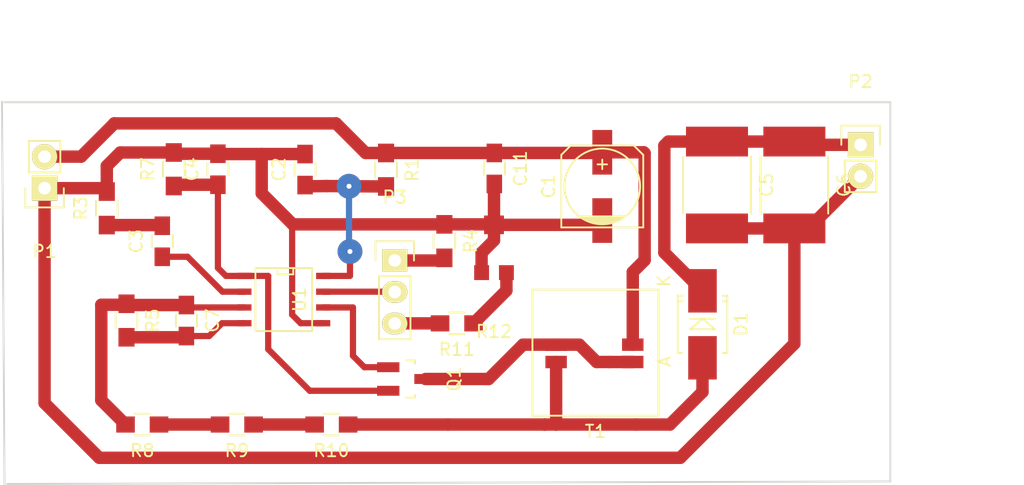
<source format=kicad_pcb>
(kicad_pcb (version 4) (host pcbnew 4.0.2-stable)

  (general
    (links 44)
    (no_connects 2)
    (area 108.260999 69.0225 177.971601 101.169702)
    (thickness 1.6)
    (drawings 6)
    (tracks 144)
    (zones 0)
    (modules 25)
    (nets 18)
  )

  (page A4)
  (layers
    (0 F.Cu signal)
    (31 B.Cu signal)
    (32 B.Adhes user)
    (33 F.Adhes user)
    (34 B.Paste user)
    (35 F.Paste user)
    (36 B.SilkS user)
    (37 F.SilkS user)
    (38 B.Mask user)
    (39 F.Mask user)
    (40 Dwgs.User user)
    (41 Cmts.User user)
    (42 Eco1.User user)
    (43 Eco2.User user)
    (44 Edge.Cuts user)
    (45 Margin user)
    (46 B.CrtYd user)
    (47 F.CrtYd user)
    (48 B.Fab user)
    (49 F.Fab user)
  )

  (setup
    (last_trace_width 1)
    (user_trace_width 0.25)
    (user_trace_width 0.5)
    (trace_clearance 0.2)
    (zone_clearance 0.508)
    (zone_45_only no)
    (trace_min 0.2)
    (segment_width 0.2)
    (edge_width 0.15)
    (via_size 2)
    (via_drill 0.4)
    (via_min_size 0.4)
    (via_min_drill 0.3)
    (uvia_size 0.3)
    (uvia_drill 0.1)
    (uvias_allowed no)
    (uvia_min_size 0.2)
    (uvia_min_drill 0.1)
    (pcb_text_width 0.3)
    (pcb_text_size 1.5 1.5)
    (mod_edge_width 0.15)
    (mod_text_size 1 1)
    (mod_text_width 0.15)
    (pad_size 1.524 1.524)
    (pad_drill 0.762)
    (pad_to_mask_clearance 0.2)
    (aux_axis_origin 0 0)
    (visible_elements 7FFEEFFF)
    (pcbplotparams
      (layerselection 0x00030_80000001)
      (usegerberextensions false)
      (excludeedgelayer true)
      (linewidth 0.100000)
      (plotframeref false)
      (viasonmask false)
      (mode 1)
      (useauxorigin false)
      (hpglpennumber 1)
      (hpglpenspeed 20)
      (hpglpendiameter 15)
      (hpglpenoverlay 2)
      (psnegative false)
      (psa4output false)
      (plotreference true)
      (plotvalue true)
      (plotinvisibletext false)
      (padsonsilk false)
      (subtractmaskfromsilk false)
      (outputformat 1)
      (mirror false)
      (drillshape 1)
      (scaleselection 1)
      (outputdirectory ""))
  )

  (net 0 "")
  (net 1 "Net-(C1-Pad1)")
  (net 2 GND)
  (net 3 "Net-(C2-Pad1)")
  (net 4 "Net-(C3-Pad1)")
  (net 5 "Net-(C3-Pad2)")
  (net 6 "Net-(C4-Pad1)")
  (net 7 "Net-(C5-Pad1)")
  (net 8 "Net-(C7-Pad1)")
  (net 9 "Net-(D1-Pad2)")
  (net 10 "Net-(Q1-Pad1)")
  (net 11 "Net-(Q1-Pad3)")
  (net 12 "Net-(R8-Pad1)")
  (net 13 "Net-(R10-Pad2)")
  (net 14 "Net-(P3-Pad1)")
  (net 15 "Net-(P3-Pad2)")
  (net 16 "Net-(P3-Pad3)")
  (net 17 "Net-(R11-Pad1)")

  (net_class Default "This is the default net class."
    (clearance 0.2)
    (trace_width 1)
    (via_dia 2)
    (via_drill 0.4)
    (uvia_dia 0.3)
    (uvia_drill 0.1)
    (add_net GND)
    (add_net "Net-(C1-Pad1)")
    (add_net "Net-(C2-Pad1)")
    (add_net "Net-(C3-Pad1)")
    (add_net "Net-(C3-Pad2)")
    (add_net "Net-(C4-Pad1)")
    (add_net "Net-(C5-Pad1)")
    (add_net "Net-(C7-Pad1)")
    (add_net "Net-(D1-Pad2)")
    (add_net "Net-(P3-Pad1)")
    (add_net "Net-(P3-Pad2)")
    (add_net "Net-(P3-Pad3)")
    (add_net "Net-(Q1-Pad1)")
    (add_net "Net-(Q1-Pad3)")
    (add_net "Net-(R10-Pad2)")
    (add_net "Net-(R11-Pad1)")
    (add_net "Net-(R8-Pad1)")
  )

  (module Capacitors_SMD:c_elec_6.3x7.7 (layer F.Cu) (tedit 556FDD06) (tstamp 57F95BB2)
    (at 155.1813 78.6003 90)
    (descr "SMT capacitor, aluminium electrolytic, 6.3x7.7")
    (path /57F128CE)
    (attr smd)
    (fp_text reference C1 (at 0 -4.318 90) (layer F.SilkS)
      (effects (font (size 1 1) (thickness 0.15)))
    )
    (fp_text value 220u (at 0 4.318 90) (layer F.Fab)
      (effects (font (size 1 1) (thickness 0.15)))
    )
    (fp_line (start -4.85 -3.55) (end 4.85 -3.55) (layer F.CrtYd) (width 0.05))
    (fp_line (start 4.85 -3.55) (end 4.85 3.55) (layer F.CrtYd) (width 0.05))
    (fp_line (start 4.85 3.55) (end -4.85 3.55) (layer F.CrtYd) (width 0.05))
    (fp_line (start -4.85 3.55) (end -4.85 -3.55) (layer F.CrtYd) (width 0.05))
    (fp_line (start -2.921 -0.762) (end -2.921 0.762) (layer F.SilkS) (width 0.15))
    (fp_line (start -2.794 1.143) (end -2.794 -1.143) (layer F.SilkS) (width 0.15))
    (fp_line (start -2.667 -1.397) (end -2.667 1.397) (layer F.SilkS) (width 0.15))
    (fp_line (start -2.54 1.651) (end -2.54 -1.651) (layer F.SilkS) (width 0.15))
    (fp_line (start -2.413 -1.778) (end -2.413 1.778) (layer F.SilkS) (width 0.15))
    (fp_line (start -3.302 -3.302) (end -3.302 3.302) (layer F.SilkS) (width 0.15))
    (fp_line (start -3.302 3.302) (end 2.54 3.302) (layer F.SilkS) (width 0.15))
    (fp_line (start 2.54 3.302) (end 3.302 2.54) (layer F.SilkS) (width 0.15))
    (fp_line (start 3.302 2.54) (end 3.302 -2.54) (layer F.SilkS) (width 0.15))
    (fp_line (start 3.302 -2.54) (end 2.54 -3.302) (layer F.SilkS) (width 0.15))
    (fp_line (start 2.54 -3.302) (end -3.302 -3.302) (layer F.SilkS) (width 0.15))
    (fp_line (start 2.159 0) (end 1.397 0) (layer F.SilkS) (width 0.15))
    (fp_line (start 1.778 -0.381) (end 1.778 0.381) (layer F.SilkS) (width 0.15))
    (fp_circle (center 0 0) (end -3.048 0) (layer F.SilkS) (width 0.15))
    (pad 1 smd rect (at 2.75082 0 90) (size 3.59918 1.6002) (layers F.Cu F.Paste F.Mask)
      (net 1 "Net-(C1-Pad1)"))
    (pad 2 smd rect (at -2.75082 0 90) (size 3.59918 1.6002) (layers F.Cu F.Paste F.Mask)
      (net 2 GND))
    (model Capacitors_SMD.3dshapes/c_elec_6.3x7.7.wrl
      (at (xyz 0 0 0))
      (scale (xyz 1 1 1))
      (rotate (xyz 0 0 0))
    )
  )

  (module Capacitors_SMD:C_2220_HandSoldering (layer F.Cu) (tedit 541A9D48) (tstamp 57F95C02)
    (at 170.6626 78.486 270)
    (descr "Capacitor SMD 2220, hand soldering")
    (tags "capacitor 2220")
    (path /57F6DB2D)
    (attr smd)
    (fp_text reference C6 (at 0 -4 270) (layer F.SilkS)
      (effects (font (size 1 1) (thickness 0.15)))
    )
    (fp_text value 1u (at 0 4 270) (layer F.Fab)
      (effects (font (size 1 1) (thickness 0.15)))
    )
    (fp_line (start -2.75 2.5) (end -2.75 -2.5) (layer F.Fab) (width 0.15))
    (fp_line (start 2.75 2.5) (end -2.75 2.5) (layer F.Fab) (width 0.15))
    (fp_line (start 2.75 -2.5) (end 2.75 2.5) (layer F.Fab) (width 0.15))
    (fp_line (start -2.75 -2.5) (end 2.75 -2.5) (layer F.Fab) (width 0.15))
    (fp_line (start -5 -2.85) (end 5 -2.85) (layer F.CrtYd) (width 0.05))
    (fp_line (start -5 2.85) (end 5 2.85) (layer F.CrtYd) (width 0.05))
    (fp_line (start -5 -2.85) (end -5 2.85) (layer F.CrtYd) (width 0.05))
    (fp_line (start 5 -2.85) (end 5 2.85) (layer F.CrtYd) (width 0.05))
    (fp_line (start 2.3 -2.725) (end -2.3 -2.725) (layer F.SilkS) (width 0.15))
    (fp_line (start -2.3 2.725) (end 2.3 2.725) (layer F.SilkS) (width 0.15))
    (pad 1 smd rect (at -3.5 0 270) (size 2.4 5) (layers F.Cu F.Paste F.Mask)
      (net 7 "Net-(C5-Pad1)"))
    (pad 2 smd rect (at 3.5 0 270) (size 2.4 5) (layers F.Cu F.Paste F.Mask)
      (net 2 GND))
    (model Capacitors_SMD.3dshapes/C_2220_HandSoldering.wrl
      (at (xyz 0 0 0))
      (scale (xyz 1 1 1))
      (rotate (xyz 0 0 0))
    )
  )

  (module BamboulabFootprints:CTX02-18714-R (layer F.Cu) (tedit 57F796AA) (tstamp 57F95CDA)
    (at 154.6352 91.9988)
    (path /57F12E73)
    (fp_text reference T1 (at 0 6.35) (layer F.SilkS)
      (effects (font (size 1 1) (thickness 0.15)))
    )
    (fp_text value TRANSFO (at 0 -6.35) (layer F.Fab)
      (effects (font (size 1 1) (thickness 0.15)))
    )
    (fp_line (start -5.08 -5.08) (end -5.08 5.08) (layer F.SilkS) (width 0.15))
    (fp_line (start -5.08 5.08) (end 5.08 5.08) (layer F.SilkS) (width 0.15))
    (fp_line (start 5.08 5.08) (end 5.08 -5.08) (layer F.SilkS) (width 0.15))
    (fp_line (start 5.08 -5.08) (end -5.08 -5.08) (layer F.SilkS) (width 0.15))
    (pad 1 smd rect (at -3.16992 -0.64516) (size 1.73 1) (layers F.Cu F.Paste F.Mask)
      (net 11 "Net-(Q1-Pad3)"))
    (pad 2 smd rect (at -3.17246 0.75306) (size 1.73 1) (layers F.Cu F.Paste F.Mask)
      (net 9 "Net-(D1-Pad2)"))
    (pad 4 smd rect (at 2.99982 0.75184) (size 1.73 1) (layers F.Cu F.Paste F.Mask)
      (net 11 "Net-(Q1-Pad3)"))
    (pad 3 smd rect (at 3.0049 -0.64516) (size 1.73 1) (layers F.Cu F.Paste F.Mask)
      (net 1 "Net-(C1-Pad1)"))
  )

  (module Capacitors_SMD:C_0805_HandSoldering (layer F.Cu) (tedit 541A9B8D) (tstamp 57F95BC2)
    (at 131.2291 77.2414 90)
    (descr "Capacitor SMD 0805, hand soldering")
    (tags "capacitor 0805")
    (path /57F6A28E)
    (attr smd)
    (fp_text reference C2 (at 0 -2.1 90) (layer F.SilkS)
      (effects (font (size 1 1) (thickness 0.15)))
    )
    (fp_text value 0.1u (at 0 2.1 90) (layer F.Fab)
      (effects (font (size 1 1) (thickness 0.15)))
    )
    (fp_line (start -1 0.625) (end -1 -0.625) (layer F.Fab) (width 0.15))
    (fp_line (start 1 0.625) (end -1 0.625) (layer F.Fab) (width 0.15))
    (fp_line (start 1 -0.625) (end 1 0.625) (layer F.Fab) (width 0.15))
    (fp_line (start -1 -0.625) (end 1 -0.625) (layer F.Fab) (width 0.15))
    (fp_line (start -2.3 -1) (end 2.3 -1) (layer F.CrtYd) (width 0.05))
    (fp_line (start -2.3 1) (end 2.3 1) (layer F.CrtYd) (width 0.05))
    (fp_line (start -2.3 -1) (end -2.3 1) (layer F.CrtYd) (width 0.05))
    (fp_line (start 2.3 -1) (end 2.3 1) (layer F.CrtYd) (width 0.05))
    (fp_line (start 0.5 -0.85) (end -0.5 -0.85) (layer F.SilkS) (width 0.15))
    (fp_line (start -0.5 0.85) (end 0.5 0.85) (layer F.SilkS) (width 0.15))
    (pad 1 smd rect (at -1.25 0 90) (size 1.5 1.25) (layers F.Cu F.Paste F.Mask)
      (net 3 "Net-(C2-Pad1)"))
    (pad 2 smd rect (at 1.25 0 90) (size 1.5 1.25) (layers F.Cu F.Paste F.Mask)
      (net 2 GND))
    (model Capacitors_SMD.3dshapes/C_0805_HandSoldering.wrl
      (at (xyz 0 0 0))
      (scale (xyz 1 1 1))
      (rotate (xyz 0 0 0))
    )
  )

  (module Capacitors_SMD:C_0805_HandSoldering (layer F.Cu) (tedit 541A9B8D) (tstamp 57F95BD2)
    (at 119.7229 83.0199 90)
    (descr "Capacitor SMD 0805, hand soldering")
    (tags "capacitor 0805")
    (path /57F6C391)
    (attr smd)
    (fp_text reference C3 (at 0 -2.1 90) (layer F.SilkS)
      (effects (font (size 1 1) (thickness 0.15)))
    )
    (fp_text value 0.1u (at 0 2.1 90) (layer F.Fab)
      (effects (font (size 1 1) (thickness 0.15)))
    )
    (fp_line (start -1 0.625) (end -1 -0.625) (layer F.Fab) (width 0.15))
    (fp_line (start 1 0.625) (end -1 0.625) (layer F.Fab) (width 0.15))
    (fp_line (start 1 -0.625) (end 1 0.625) (layer F.Fab) (width 0.15))
    (fp_line (start -1 -0.625) (end 1 -0.625) (layer F.Fab) (width 0.15))
    (fp_line (start -2.3 -1) (end 2.3 -1) (layer F.CrtYd) (width 0.05))
    (fp_line (start -2.3 1) (end 2.3 1) (layer F.CrtYd) (width 0.05))
    (fp_line (start -2.3 -1) (end -2.3 1) (layer F.CrtYd) (width 0.05))
    (fp_line (start 2.3 -1) (end 2.3 1) (layer F.CrtYd) (width 0.05))
    (fp_line (start 0.5 -0.85) (end -0.5 -0.85) (layer F.SilkS) (width 0.15))
    (fp_line (start -0.5 0.85) (end 0.5 0.85) (layer F.SilkS) (width 0.15))
    (pad 1 smd rect (at -1.25 0 90) (size 1.5 1.25) (layers F.Cu F.Paste F.Mask)
      (net 4 "Net-(C3-Pad1)"))
    (pad 2 smd rect (at 1.25 0 90) (size 1.5 1.25) (layers F.Cu F.Paste F.Mask)
      (net 5 "Net-(C3-Pad2)"))
    (model Capacitors_SMD.3dshapes/C_0805_HandSoldering.wrl
      (at (xyz 0 0 0))
      (scale (xyz 1 1 1))
      (rotate (xyz 0 0 0))
    )
  )

  (module Capacitors_SMD:C_0805_HandSoldering (layer F.Cu) (tedit 541A9B8D) (tstamp 57F95BE2)
    (at 124.206 77.216 90)
    (descr "Capacitor SMD 0805, hand soldering")
    (tags "capacitor 0805")
    (path /57F6C105)
    (attr smd)
    (fp_text reference C4 (at 0 -2.1 90) (layer F.SilkS)
      (effects (font (size 1 1) (thickness 0.15)))
    )
    (fp_text value 0.01u (at 0 2.1 90) (layer F.Fab)
      (effects (font (size 1 1) (thickness 0.15)))
    )
    (fp_line (start -1 0.625) (end -1 -0.625) (layer F.Fab) (width 0.15))
    (fp_line (start 1 0.625) (end -1 0.625) (layer F.Fab) (width 0.15))
    (fp_line (start 1 -0.625) (end 1 0.625) (layer F.Fab) (width 0.15))
    (fp_line (start -1 -0.625) (end 1 -0.625) (layer F.Fab) (width 0.15))
    (fp_line (start -2.3 -1) (end 2.3 -1) (layer F.CrtYd) (width 0.05))
    (fp_line (start -2.3 1) (end 2.3 1) (layer F.CrtYd) (width 0.05))
    (fp_line (start -2.3 -1) (end -2.3 1) (layer F.CrtYd) (width 0.05))
    (fp_line (start 2.3 -1) (end 2.3 1) (layer F.CrtYd) (width 0.05))
    (fp_line (start 0.5 -0.85) (end -0.5 -0.85) (layer F.SilkS) (width 0.15))
    (fp_line (start -0.5 0.85) (end 0.5 0.85) (layer F.SilkS) (width 0.15))
    (pad 1 smd rect (at -1.25 0 90) (size 1.5 1.25) (layers F.Cu F.Paste F.Mask)
      (net 6 "Net-(C4-Pad1)"))
    (pad 2 smd rect (at 1.25 0 90) (size 1.5 1.25) (layers F.Cu F.Paste F.Mask)
      (net 2 GND))
    (model Capacitors_SMD.3dshapes/C_0805_HandSoldering.wrl
      (at (xyz 0 0 0))
      (scale (xyz 1 1 1))
      (rotate (xyz 0 0 0))
    )
  )

  (module Capacitors_SMD:C_2220_HandSoldering (layer F.Cu) (tedit 541A9D48) (tstamp 57F95BF2)
    (at 164.4269 78.486 270)
    (descr "Capacitor SMD 2220, hand soldering")
    (tags "capacitor 2220")
    (path /57F6DA6A)
    (attr smd)
    (fp_text reference C5 (at 0 -4 270) (layer F.SilkS)
      (effects (font (size 1 1) (thickness 0.15)))
    )
    (fp_text value 1u (at 0 4 270) (layer F.Fab)
      (effects (font (size 1 1) (thickness 0.15)))
    )
    (fp_line (start -2.75 2.5) (end -2.75 -2.5) (layer F.Fab) (width 0.15))
    (fp_line (start 2.75 2.5) (end -2.75 2.5) (layer F.Fab) (width 0.15))
    (fp_line (start 2.75 -2.5) (end 2.75 2.5) (layer F.Fab) (width 0.15))
    (fp_line (start -2.75 -2.5) (end 2.75 -2.5) (layer F.Fab) (width 0.15))
    (fp_line (start -5 -2.85) (end 5 -2.85) (layer F.CrtYd) (width 0.05))
    (fp_line (start -5 2.85) (end 5 2.85) (layer F.CrtYd) (width 0.05))
    (fp_line (start -5 -2.85) (end -5 2.85) (layer F.CrtYd) (width 0.05))
    (fp_line (start 5 -2.85) (end 5 2.85) (layer F.CrtYd) (width 0.05))
    (fp_line (start 2.3 -2.725) (end -2.3 -2.725) (layer F.SilkS) (width 0.15))
    (fp_line (start -2.3 2.725) (end 2.3 2.725) (layer F.SilkS) (width 0.15))
    (pad 1 smd rect (at -3.5 0 270) (size 2.4 5) (layers F.Cu F.Paste F.Mask)
      (net 7 "Net-(C5-Pad1)"))
    (pad 2 smd rect (at 3.5 0 270) (size 2.4 5) (layers F.Cu F.Paste F.Mask)
      (net 2 GND))
    (model Capacitors_SMD.3dshapes/C_2220_HandSoldering.wrl
      (at (xyz 0 0 0))
      (scale (xyz 1 1 1))
      (rotate (xyz 0 0 0))
    )
  )

  (module Capacitors_SMD:C_0805_HandSoldering (layer F.Cu) (tedit 541A9B8D) (tstamp 57F95C12)
    (at 121.666 89.408 270)
    (descr "Capacitor SMD 0805, hand soldering")
    (tags "capacitor 0805")
    (path /57F6E4A1)
    (attr smd)
    (fp_text reference C7 (at 0 -2.1 270) (layer F.SilkS)
      (effects (font (size 1 1) (thickness 0.15)))
    )
    (fp_text value 0.001 (at 0 2.1 270) (layer F.Fab)
      (effects (font (size 1 1) (thickness 0.15)))
    )
    (fp_line (start -1 0.625) (end -1 -0.625) (layer F.Fab) (width 0.15))
    (fp_line (start 1 0.625) (end -1 0.625) (layer F.Fab) (width 0.15))
    (fp_line (start 1 -0.625) (end 1 0.625) (layer F.Fab) (width 0.15))
    (fp_line (start -1 -0.625) (end 1 -0.625) (layer F.Fab) (width 0.15))
    (fp_line (start -2.3 -1) (end 2.3 -1) (layer F.CrtYd) (width 0.05))
    (fp_line (start -2.3 1) (end 2.3 1) (layer F.CrtYd) (width 0.05))
    (fp_line (start -2.3 -1) (end -2.3 1) (layer F.CrtYd) (width 0.05))
    (fp_line (start 2.3 -1) (end 2.3 1) (layer F.CrtYd) (width 0.05))
    (fp_line (start 0.5 -0.85) (end -0.5 -0.85) (layer F.SilkS) (width 0.15))
    (fp_line (start -0.5 0.85) (end 0.5 0.85) (layer F.SilkS) (width 0.15))
    (pad 1 smd rect (at -1.25 0 270) (size 1.5 1.25) (layers F.Cu F.Paste F.Mask)
      (net 8 "Net-(C7-Pad1)"))
    (pad 2 smd rect (at 1.25 0 270) (size 1.5 1.25) (layers F.Cu F.Paste F.Mask)
      (net 2 GND))
    (model Capacitors_SMD.3dshapes/C_0805_HandSoldering.wrl
      (at (xyz 0 0 0))
      (scale (xyz 1 1 1))
      (rotate (xyz 0 0 0))
    )
  )

  (module Capacitors_SMD:C_0805_HandSoldering (layer F.Cu) (tedit 541A9B8D) (tstamp 57F95C22)
    (at 146.4818 77.1525 270)
    (descr "Capacitor SMD 0805, hand soldering")
    (tags "capacitor 0805")
    (path /57F12987)
    (attr smd)
    (fp_text reference C11 (at 0 -2.1 270) (layer F.SilkS)
      (effects (font (size 1 1) (thickness 0.15)))
    )
    (fp_text value 10u (at 0 2.1 270) (layer F.Fab)
      (effects (font (size 1 1) (thickness 0.15)))
    )
    (fp_line (start -1 0.625) (end -1 -0.625) (layer F.Fab) (width 0.15))
    (fp_line (start 1 0.625) (end -1 0.625) (layer F.Fab) (width 0.15))
    (fp_line (start 1 -0.625) (end 1 0.625) (layer F.Fab) (width 0.15))
    (fp_line (start -1 -0.625) (end 1 -0.625) (layer F.Fab) (width 0.15))
    (fp_line (start -2.3 -1) (end 2.3 -1) (layer F.CrtYd) (width 0.05))
    (fp_line (start -2.3 1) (end 2.3 1) (layer F.CrtYd) (width 0.05))
    (fp_line (start -2.3 -1) (end -2.3 1) (layer F.CrtYd) (width 0.05))
    (fp_line (start 2.3 -1) (end 2.3 1) (layer F.CrtYd) (width 0.05))
    (fp_line (start 0.5 -0.85) (end -0.5 -0.85) (layer F.SilkS) (width 0.15))
    (fp_line (start -0.5 0.85) (end 0.5 0.85) (layer F.SilkS) (width 0.15))
    (pad 1 smd rect (at -1.25 0 270) (size 1.5 1.25) (layers F.Cu F.Paste F.Mask)
      (net 1 "Net-(C1-Pad1)"))
    (pad 2 smd rect (at 1.25 0 270) (size 1.5 1.25) (layers F.Cu F.Paste F.Mask)
      (net 2 GND))
    (model Capacitors_SMD.3dshapes/C_0805_HandSoldering.wrl
      (at (xyz 0 0 0))
      (scale (xyz 1 1 1))
      (rotate (xyz 0 0 0))
    )
  )

  (module Diodes_SMD:SMB_Handsoldering (layer F.Cu) (tedit 552FF2F0) (tstamp 57F95C41)
    (at 163.2585 89.7128 270)
    (descr "Diode SMB Handsoldering")
    (tags "Diode SMB Handsoldering")
    (path /57F6D48D)
    (attr smd)
    (fp_text reference D1 (at 0 -3.1 270) (layer F.SilkS)
      (effects (font (size 1 1) (thickness 0.15)))
    )
    (fp_text value STPS4S200 (at 0.1 4.75 270) (layer F.Fab)
      (effects (font (size 1 1) (thickness 0.15)))
    )
    (fp_line (start -4.7 -2.25) (end 4.7 -2.25) (layer F.CrtYd) (width 0.05))
    (fp_line (start 4.7 -2.25) (end 4.7 2.25) (layer F.CrtYd) (width 0.05))
    (fp_line (start 4.7 2.25) (end -4.7 2.25) (layer F.CrtYd) (width 0.05))
    (fp_line (start -4.7 2.25) (end -4.7 -2.25) (layer F.CrtYd) (width 0.05))
    (fp_line (start -0.44958 0) (end 0.39878 -1.00076) (layer F.SilkS) (width 0.15))
    (fp_line (start 0.39878 -1.00076) (end 0.39878 1.00076) (layer F.SilkS) (width 0.15))
    (fp_line (start 0.39878 1.00076) (end -0.44958 0) (layer F.SilkS) (width 0.15))
    (fp_line (start -0.44958 0) (end -0.44958 1.00076) (layer F.SilkS) (width 0.15))
    (fp_line (start -0.44958 0) (end -0.44958 -1.00076) (layer F.SilkS) (width 0.15))
    (fp_text user K (at -3.5 3.1 270) (layer F.SilkS)
      (effects (font (size 1 1) (thickness 0.15)))
    )
    (fp_text user A (at 3 3.05 270) (layer F.SilkS)
      (effects (font (size 1 1) (thickness 0.15)))
    )
    (fp_line (start -2.30632 1.8) (end -2.30632 1.6002) (layer F.SilkS) (width 0.15))
    (fp_line (start -1.84928 1.8) (end -1.84928 1.601) (layer F.SilkS) (width 0.15))
    (fp_line (start 2.30124 1.8) (end 2.30124 1.651) (layer F.SilkS) (width 0.15))
    (fp_line (start -2.30124 -1.8) (end -2.30124 -1.651) (layer F.SilkS) (width 0.15))
    (fp_line (start -1.84928 -1.8) (end -1.84928 -1.651) (layer F.SilkS) (width 0.15))
    (fp_line (start 2.30124 -1.8) (end 2.30124 -1.651) (layer F.SilkS) (width 0.15))
    (fp_line (start -1.84928 1.94898) (end -1.84928 1.75086) (layer F.SilkS) (width 0.15))
    (fp_line (start -1.84928 -1.99898) (end -1.84928 -1.80086) (layer F.SilkS) (width 0.15))
    (fp_line (start 2.29616 1.99644) (end 2.29616 1.79832) (layer F.SilkS) (width 0.15))
    (fp_line (start -2.30632 1.99644) (end 2.29616 1.99644) (layer F.SilkS) (width 0.15))
    (fp_line (start -2.30632 1.99644) (end -2.30632 1.79832) (layer F.SilkS) (width 0.15))
    (fp_line (start -2.30124 -1.99898) (end -2.30124 -1.80086) (layer F.SilkS) (width 0.15))
    (fp_line (start -2.30124 -1.99898) (end 2.30124 -1.99898) (layer F.SilkS) (width 0.15))
    (fp_line (start 2.30124 -1.99898) (end 2.30124 -1.80086) (layer F.SilkS) (width 0.15))
    (pad 1 smd rect (at -2.70002 0 270) (size 3.50012 2.30124) (layers F.Cu F.Paste F.Mask)
      (net 7 "Net-(C5-Pad1)"))
    (pad 2 smd rect (at 2.70002 0 270) (size 3.50012 2.30124) (layers F.Cu F.Paste F.Mask)
      (net 9 "Net-(D1-Pad2)"))
    (model Diodes_SMD.3dshapes/SMB_Handsoldering.wrl
      (at (xyz 0 0 0))
      (scale (xyz 0.3937 0.3937 0.3937))
      (rotate (xyz 0 0 180))
    )
  )

  (module Pin_Headers:Pin_Header_Straight_1x02 (layer F.Cu) (tedit 54EA090C) (tstamp 57F95C52)
    (at 110.236 78.74 180)
    (descr "Through hole pin header")
    (tags "pin header")
    (path /57F125BB)
    (fp_text reference P1 (at 0 -5.1 180) (layer F.SilkS)
      (effects (font (size 1 1) (thickness 0.15)))
    )
    (fp_text value Vin (at 0 -3.1 180) (layer F.Fab)
      (effects (font (size 1 1) (thickness 0.15)))
    )
    (fp_line (start 1.27 1.27) (end 1.27 3.81) (layer F.SilkS) (width 0.15))
    (fp_line (start 1.55 -1.55) (end 1.55 0) (layer F.SilkS) (width 0.15))
    (fp_line (start -1.75 -1.75) (end -1.75 4.3) (layer F.CrtYd) (width 0.05))
    (fp_line (start 1.75 -1.75) (end 1.75 4.3) (layer F.CrtYd) (width 0.05))
    (fp_line (start -1.75 -1.75) (end 1.75 -1.75) (layer F.CrtYd) (width 0.05))
    (fp_line (start -1.75 4.3) (end 1.75 4.3) (layer F.CrtYd) (width 0.05))
    (fp_line (start 1.27 1.27) (end -1.27 1.27) (layer F.SilkS) (width 0.15))
    (fp_line (start -1.55 0) (end -1.55 -1.55) (layer F.SilkS) (width 0.15))
    (fp_line (start -1.55 -1.55) (end 1.55 -1.55) (layer F.SilkS) (width 0.15))
    (fp_line (start -1.27 1.27) (end -1.27 3.81) (layer F.SilkS) (width 0.15))
    (fp_line (start -1.27 3.81) (end 1.27 3.81) (layer F.SilkS) (width 0.15))
    (pad 1 thru_hole rect (at 0 0 180) (size 2.032 2.032) (drill 1.016) (layers *.Cu *.Mask F.SilkS)
      (net 2 GND))
    (pad 2 thru_hole oval (at 0 2.54 180) (size 2.032 2.032) (drill 1.016) (layers *.Cu *.Mask F.SilkS)
      (net 1 "Net-(C1-Pad1)"))
    (model Pin_Headers.3dshapes/Pin_Header_Straight_1x02.wrl
      (at (xyz 0 -0.05 0))
      (scale (xyz 1 1 1))
      (rotate (xyz 0 0 90))
    )
  )

  (module Pin_Headers:Pin_Header_Straight_1x02 (layer F.Cu) (tedit 54EA090C) (tstamp 57F95C63)
    (at 175.9966 75.2475)
    (descr "Through hole pin header")
    (tags "pin header")
    (path /57F126F3)
    (fp_text reference P2 (at 0 -5.1) (layer F.SilkS)
      (effects (font (size 1 1) (thickness 0.15)))
    )
    (fp_text value Vout (at 0 -3.1) (layer F.Fab)
      (effects (font (size 1 1) (thickness 0.15)))
    )
    (fp_line (start 1.27 1.27) (end 1.27 3.81) (layer F.SilkS) (width 0.15))
    (fp_line (start 1.55 -1.55) (end 1.55 0) (layer F.SilkS) (width 0.15))
    (fp_line (start -1.75 -1.75) (end -1.75 4.3) (layer F.CrtYd) (width 0.05))
    (fp_line (start 1.75 -1.75) (end 1.75 4.3) (layer F.CrtYd) (width 0.05))
    (fp_line (start -1.75 -1.75) (end 1.75 -1.75) (layer F.CrtYd) (width 0.05))
    (fp_line (start -1.75 4.3) (end 1.75 4.3) (layer F.CrtYd) (width 0.05))
    (fp_line (start 1.27 1.27) (end -1.27 1.27) (layer F.SilkS) (width 0.15))
    (fp_line (start -1.55 0) (end -1.55 -1.55) (layer F.SilkS) (width 0.15))
    (fp_line (start -1.55 -1.55) (end 1.55 -1.55) (layer F.SilkS) (width 0.15))
    (fp_line (start -1.27 1.27) (end -1.27 3.81) (layer F.SilkS) (width 0.15))
    (fp_line (start -1.27 3.81) (end 1.27 3.81) (layer F.SilkS) (width 0.15))
    (pad 1 thru_hole rect (at 0 0) (size 2.032 2.032) (drill 1.016) (layers *.Cu *.Mask F.SilkS)
      (net 7 "Net-(C5-Pad1)"))
    (pad 2 thru_hole oval (at 0 2.54) (size 2.032 2.032) (drill 1.016) (layers *.Cu *.Mask F.SilkS)
      (net 2 GND))
    (model Pin_Headers.3dshapes/Pin_Header_Straight_1x02.wrl
      (at (xyz 0 -0.05 0))
      (scale (xyz 1 1 1))
      (rotate (xyz 0 0 90))
    )
  )

  (module TO_SOT_Packages_SMD:SOT-23_Handsoldering (layer F.Cu) (tedit 54E9291B) (tstamp 57F95C6E)
    (at 139.4333 94.1197 270)
    (descr "SOT-23, Handsoldering")
    (tags SOT-23)
    (path /57F6A5C4)
    (attr smd)
    (fp_text reference Q1 (at 0 -3.81 270) (layer F.SilkS)
      (effects (font (size 1 1) (thickness 0.15)))
    )
    (fp_text value Q_NMOS_GSD (at 0 3.81 270) (layer F.Fab)
      (effects (font (size 1 1) (thickness 0.15)))
    )
    (fp_line (start -1.49982 0.0508) (end -1.49982 -0.65024) (layer F.SilkS) (width 0.15))
    (fp_line (start -1.49982 -0.65024) (end -1.2509 -0.65024) (layer F.SilkS) (width 0.15))
    (fp_line (start 1.29916 -0.65024) (end 1.49982 -0.65024) (layer F.SilkS) (width 0.15))
    (fp_line (start 1.49982 -0.65024) (end 1.49982 0.0508) (layer F.SilkS) (width 0.15))
    (pad 1 smd rect (at -0.95 1.50114 270) (size 0.8001 1.80086) (layers F.Cu F.Paste F.Mask)
      (net 10 "Net-(Q1-Pad1)"))
    (pad 2 smd rect (at 0.95 1.50114 270) (size 0.8001 1.80086) (layers F.Cu F.Paste F.Mask)
      (net 6 "Net-(C4-Pad1)"))
    (pad 3 smd rect (at 0 -1.50114 270) (size 0.8001 1.80086) (layers F.Cu F.Paste F.Mask)
      (net 11 "Net-(Q1-Pad3)"))
    (model TO_SOT_Packages_SMD.3dshapes/SOT-23_Handsoldering.wrl
      (at (xyz 0 0 0))
      (scale (xyz 1 1 1))
      (rotate (xyz 0 0 0))
    )
  )

  (module Resistors_SMD:R_0805_HandSoldering (layer F.Cu) (tedit 54189DEE) (tstamp 57F95C7A)
    (at 137.7569 77.2541 270)
    (descr "Resistor SMD 0805, hand soldering")
    (tags "resistor 0805")
    (path /57F6A221)
    (attr smd)
    (fp_text reference R1 (at 0 -2.1 270) (layer F.SilkS)
      (effects (font (size 1 1) (thickness 0.15)))
    )
    (fp_text value 20 (at 0 2.1 270) (layer F.Fab)
      (effects (font (size 1 1) (thickness 0.15)))
    )
    (fp_line (start -2.4 -1) (end 2.4 -1) (layer F.CrtYd) (width 0.05))
    (fp_line (start -2.4 1) (end 2.4 1) (layer F.CrtYd) (width 0.05))
    (fp_line (start -2.4 -1) (end -2.4 1) (layer F.CrtYd) (width 0.05))
    (fp_line (start 2.4 -1) (end 2.4 1) (layer F.CrtYd) (width 0.05))
    (fp_line (start 0.6 0.875) (end -0.6 0.875) (layer F.SilkS) (width 0.15))
    (fp_line (start -0.6 -0.875) (end 0.6 -0.875) (layer F.SilkS) (width 0.15))
    (pad 1 smd rect (at -1.35 0 270) (size 1.5 1.3) (layers F.Cu F.Paste F.Mask)
      (net 1 "Net-(C1-Pad1)"))
    (pad 2 smd rect (at 1.35 0 270) (size 1.5 1.3) (layers F.Cu F.Paste F.Mask)
      (net 3 "Net-(C2-Pad1)"))
    (model Resistors_SMD.3dshapes/R_0805_HandSoldering.wrl
      (at (xyz 0 0 0))
      (scale (xyz 1 1 1))
      (rotate (xyz 0 0 0))
    )
  )

  (module Resistors_SMD:R_0805_HandSoldering (layer F.Cu) (tedit 54189DEE) (tstamp 57F95C86)
    (at 115.2525 80.3656 90)
    (descr "Resistor SMD 0805, hand soldering")
    (tags "resistor 0805")
    (path /57F6C416)
    (attr smd)
    (fp_text reference R3 (at 0 -2.1 90) (layer F.SilkS)
      (effects (font (size 1 1) (thickness 0.15)))
    )
    (fp_text value 1K (at 0 2.1 90) (layer F.Fab)
      (effects (font (size 1 1) (thickness 0.15)))
    )
    (fp_line (start -2.4 -1) (end 2.4 -1) (layer F.CrtYd) (width 0.05))
    (fp_line (start -2.4 1) (end 2.4 1) (layer F.CrtYd) (width 0.05))
    (fp_line (start -2.4 -1) (end -2.4 1) (layer F.CrtYd) (width 0.05))
    (fp_line (start 2.4 -1) (end 2.4 1) (layer F.CrtYd) (width 0.05))
    (fp_line (start 0.6 0.875) (end -0.6 0.875) (layer F.SilkS) (width 0.15))
    (fp_line (start -0.6 -0.875) (end 0.6 -0.875) (layer F.SilkS) (width 0.15))
    (pad 1 smd rect (at -1.35 0 90) (size 1.5 1.3) (layers F.Cu F.Paste F.Mask)
      (net 5 "Net-(C3-Pad2)"))
    (pad 2 smd rect (at 1.35 0 90) (size 1.5 1.3) (layers F.Cu F.Paste F.Mask)
      (net 2 GND))
    (model Resistors_SMD.3dshapes/R_0805_HandSoldering.wrl
      (at (xyz 0 0 0))
      (scale (xyz 1 1 1))
      (rotate (xyz 0 0 0))
    )
  )

  (module Resistors_SMD:R_0805_HandSoldering (layer F.Cu) (tedit 54189DEE) (tstamp 57F95C92)
    (at 142.4559 83.0072 270)
    (descr "Resistor SMD 0805, hand soldering")
    (tags "resistor 0805")
    (path /57F6BD03)
    (attr smd)
    (fp_text reference R4 (at 0 -2.1 270) (layer F.SilkS)
      (effects (font (size 1 1) (thickness 0.15)))
    )
    (fp_text value 15K (at 0 2.1 270) (layer F.Fab)
      (effects (font (size 1 1) (thickness 0.15)))
    )
    (fp_line (start -2.4 -1) (end 2.4 -1) (layer F.CrtYd) (width 0.05))
    (fp_line (start -2.4 1) (end 2.4 1) (layer F.CrtYd) (width 0.05))
    (fp_line (start -2.4 -1) (end -2.4 1) (layer F.CrtYd) (width 0.05))
    (fp_line (start 2.4 -1) (end 2.4 1) (layer F.CrtYd) (width 0.05))
    (fp_line (start 0.6 0.875) (end -0.6 0.875) (layer F.SilkS) (width 0.15))
    (fp_line (start -0.6 -0.875) (end 0.6 -0.875) (layer F.SilkS) (width 0.15))
    (pad 1 smd rect (at -1.35 0 270) (size 1.5 1.3) (layers F.Cu F.Paste F.Mask)
      (net 2 GND))
    (pad 2 smd rect (at 1.35 0 270) (size 1.5 1.3) (layers F.Cu F.Paste F.Mask)
      (net 14 "Net-(P3-Pad1)"))
    (model Resistors_SMD.3dshapes/R_0805_HandSoldering.wrl
      (at (xyz 0 0 0))
      (scale (xyz 1 1 1))
      (rotate (xyz 0 0 0))
    )
  )

  (module Resistors_SMD:R_0805_HandSoldering (layer F.Cu) (tedit 54189DEE) (tstamp 57F95C9E)
    (at 116.84 89.408 270)
    (descr "Resistor SMD 0805, hand soldering")
    (tags "resistor 0805")
    (path /57F6C45F)
    (attr smd)
    (fp_text reference R5 (at 0 -2.1 270) (layer F.SilkS)
      (effects (font (size 1 1) (thickness 0.15)))
    )
    (fp_text value 13K (at 0 2.1 270) (layer F.Fab)
      (effects (font (size 1 1) (thickness 0.15)))
    )
    (fp_line (start -2.4 -1) (end 2.4 -1) (layer F.CrtYd) (width 0.05))
    (fp_line (start -2.4 1) (end 2.4 1) (layer F.CrtYd) (width 0.05))
    (fp_line (start -2.4 -1) (end -2.4 1) (layer F.CrtYd) (width 0.05))
    (fp_line (start 2.4 -1) (end 2.4 1) (layer F.CrtYd) (width 0.05))
    (fp_line (start 0.6 0.875) (end -0.6 0.875) (layer F.SilkS) (width 0.15))
    (fp_line (start -0.6 -0.875) (end 0.6 -0.875) (layer F.SilkS) (width 0.15))
    (pad 1 smd rect (at -1.35 0 270) (size 1.5 1.3) (layers F.Cu F.Paste F.Mask)
      (net 8 "Net-(C7-Pad1)"))
    (pad 2 smd rect (at 1.35 0 270) (size 1.5 1.3) (layers F.Cu F.Paste F.Mask)
      (net 2 GND))
    (model Resistors_SMD.3dshapes/R_0805_HandSoldering.wrl
      (at (xyz 0 0 0))
      (scale (xyz 1 1 1))
      (rotate (xyz 0 0 0))
    )
  )

  (module Resistors_SMD:R_0805_HandSoldering (layer F.Cu) (tedit 54189DEE) (tstamp 57F95CAA)
    (at 120.65 77.216 90)
    (descr "Resistor SMD 0805, hand soldering")
    (tags "resistor 0805")
    (path /57F6C064)
    (attr smd)
    (fp_text reference R7 (at 0 -2.1 90) (layer F.SilkS)
      (effects (font (size 1 1) (thickness 0.15)))
    )
    (fp_text value 0.1 (at 0 2.1 90) (layer F.Fab)
      (effects (font (size 1 1) (thickness 0.15)))
    )
    (fp_line (start -2.4 -1) (end 2.4 -1) (layer F.CrtYd) (width 0.05))
    (fp_line (start -2.4 1) (end 2.4 1) (layer F.CrtYd) (width 0.05))
    (fp_line (start -2.4 -1) (end -2.4 1) (layer F.CrtYd) (width 0.05))
    (fp_line (start 2.4 -1) (end 2.4 1) (layer F.CrtYd) (width 0.05))
    (fp_line (start 0.6 0.875) (end -0.6 0.875) (layer F.SilkS) (width 0.15))
    (fp_line (start -0.6 -0.875) (end 0.6 -0.875) (layer F.SilkS) (width 0.15))
    (pad 1 smd rect (at -1.35 0 90) (size 1.5 1.3) (layers F.Cu F.Paste F.Mask)
      (net 6 "Net-(C4-Pad1)"))
    (pad 2 smd rect (at 1.35 0 90) (size 1.5 1.3) (layers F.Cu F.Paste F.Mask)
      (net 2 GND))
    (model Resistors_SMD.3dshapes/R_0805_HandSoldering.wrl
      (at (xyz 0 0 0))
      (scale (xyz 1 1 1))
      (rotate (xyz 0 0 0))
    )
  )

  (module Resistors_SMD:R_0805_HandSoldering (layer F.Cu) (tedit 54189DEE) (tstamp 57F95CB6)
    (at 118.11 97.79 180)
    (descr "Resistor SMD 0805, hand soldering")
    (tags "resistor 0805")
    (path /57F6E5C7)
    (attr smd)
    (fp_text reference R8 (at 0 -2.1 180) (layer F.SilkS)
      (effects (font (size 1 1) (thickness 0.15)))
    )
    (fp_text value 1M (at 0 2.1 180) (layer F.Fab)
      (effects (font (size 1 1) (thickness 0.15)))
    )
    (fp_line (start -2.4 -1) (end 2.4 -1) (layer F.CrtYd) (width 0.05))
    (fp_line (start -2.4 1) (end 2.4 1) (layer F.CrtYd) (width 0.05))
    (fp_line (start -2.4 -1) (end -2.4 1) (layer F.CrtYd) (width 0.05))
    (fp_line (start 2.4 -1) (end 2.4 1) (layer F.CrtYd) (width 0.05))
    (fp_line (start 0.6 0.875) (end -0.6 0.875) (layer F.SilkS) (width 0.15))
    (fp_line (start -0.6 -0.875) (end 0.6 -0.875) (layer F.SilkS) (width 0.15))
    (pad 1 smd rect (at -1.35 0 180) (size 1.5 1.3) (layers F.Cu F.Paste F.Mask)
      (net 12 "Net-(R8-Pad1)"))
    (pad 2 smd rect (at 1.35 0 180) (size 1.5 1.3) (layers F.Cu F.Paste F.Mask)
      (net 8 "Net-(C7-Pad1)"))
    (model Resistors_SMD.3dshapes/R_0805_HandSoldering.wrl
      (at (xyz 0 0 0))
      (scale (xyz 1 1 1))
      (rotate (xyz 0 0 0))
    )
  )

  (module Resistors_SMD:R_0805_HandSoldering (layer F.Cu) (tedit 54189DEE) (tstamp 57F95CC2)
    (at 125.73 97.79 180)
    (descr "Resistor SMD 0805, hand soldering")
    (tags "resistor 0805")
    (path /57F6E6A8)
    (attr smd)
    (fp_text reference R9 (at 0 -2.1 180) (layer F.SilkS)
      (effects (font (size 1 1) (thickness 0.15)))
    )
    (fp_text value 820K (at 0 2.1 180) (layer F.Fab)
      (effects (font (size 1 1) (thickness 0.15)))
    )
    (fp_line (start -2.4 -1) (end 2.4 -1) (layer F.CrtYd) (width 0.05))
    (fp_line (start -2.4 1) (end 2.4 1) (layer F.CrtYd) (width 0.05))
    (fp_line (start -2.4 -1) (end -2.4 1) (layer F.CrtYd) (width 0.05))
    (fp_line (start 2.4 -1) (end 2.4 1) (layer F.CrtYd) (width 0.05))
    (fp_line (start 0.6 0.875) (end -0.6 0.875) (layer F.SilkS) (width 0.15))
    (fp_line (start -0.6 -0.875) (end 0.6 -0.875) (layer F.SilkS) (width 0.15))
    (pad 1 smd rect (at -1.35 0 180) (size 1.5 1.3) (layers F.Cu F.Paste F.Mask)
      (net 13 "Net-(R10-Pad2)"))
    (pad 2 smd rect (at 1.35 0 180) (size 1.5 1.3) (layers F.Cu F.Paste F.Mask)
      (net 12 "Net-(R8-Pad1)"))
    (model Resistors_SMD.3dshapes/R_0805_HandSoldering.wrl
      (at (xyz 0 0 0))
      (scale (xyz 1 1 1))
      (rotate (xyz 0 0 0))
    )
  )

  (module Resistors_SMD:R_0805_HandSoldering (layer F.Cu) (tedit 54189DEE) (tstamp 57F95CCE)
    (at 133.35 97.79 180)
    (descr "Resistor SMD 0805, hand soldering")
    (tags "resistor 0805")
    (path /57F6E6EB)
    (attr smd)
    (fp_text reference R10 (at 0 -2.1 180) (layer F.SilkS)
      (effects (font (size 1 1) (thickness 0.15)))
    )
    (fp_text value 24K (at 0 2.1 180) (layer F.Fab)
      (effects (font (size 1 1) (thickness 0.15)))
    )
    (fp_line (start -2.4 -1) (end 2.4 -1) (layer F.CrtYd) (width 0.05))
    (fp_line (start -2.4 1) (end 2.4 1) (layer F.CrtYd) (width 0.05))
    (fp_line (start -2.4 -1) (end -2.4 1) (layer F.CrtYd) (width 0.05))
    (fp_line (start 2.4 -1) (end 2.4 1) (layer F.CrtYd) (width 0.05))
    (fp_line (start 0.6 0.875) (end -0.6 0.875) (layer F.SilkS) (width 0.15))
    (fp_line (start -0.6 -0.875) (end 0.6 -0.875) (layer F.SilkS) (width 0.15))
    (pad 1 smd rect (at -1.35 0 180) (size 1.5 1.3) (layers F.Cu F.Paste F.Mask)
      (net 9 "Net-(D1-Pad2)"))
    (pad 2 smd rect (at 1.35 0 180) (size 1.5 1.3) (layers F.Cu F.Paste F.Mask)
      (net 13 "Net-(R10-Pad2)"))
    (model Resistors_SMD.3dshapes/R_0805_HandSoldering.wrl
      (at (xyz 0 0 0))
      (scale (xyz 1 1 1))
      (rotate (xyz 0 0 0))
    )
  )

  (module SMD_Packages:SOIC-8-N (layer F.Cu) (tedit 0) (tstamp 57F95CED)
    (at 129.5146 87.7189 270)
    (descr "Module Narrow CMS SOJ 8 pins large")
    (tags "CMS SOJ")
    (path /57F6B418)
    (attr smd)
    (fp_text reference U1 (at 0 -1.27 270) (layer F.SilkS)
      (effects (font (size 1 1) (thickness 0.15)))
    )
    (fp_text value LM3478 (at 0 1.27 270) (layer F.Fab)
      (effects (font (size 1 1) (thickness 0.15)))
    )
    (fp_line (start -2.54 -2.286) (end 2.54 -2.286) (layer F.SilkS) (width 0.15))
    (fp_line (start 2.54 -2.286) (end 2.54 2.286) (layer F.SilkS) (width 0.15))
    (fp_line (start 2.54 2.286) (end -2.54 2.286) (layer F.SilkS) (width 0.15))
    (fp_line (start -2.54 2.286) (end -2.54 -2.286) (layer F.SilkS) (width 0.15))
    (fp_line (start -2.54 -0.762) (end -2.032 -0.762) (layer F.SilkS) (width 0.15))
    (fp_line (start -2.032 -0.762) (end -2.032 0.508) (layer F.SilkS) (width 0.15))
    (fp_line (start -2.032 0.508) (end -2.54 0.508) (layer F.SilkS) (width 0.15))
    (pad 8 smd rect (at -1.905 -3.175 270) (size 0.508 1.143) (layers F.Cu F.Paste F.Mask)
      (net 3 "Net-(C2-Pad1)"))
    (pad 7 smd rect (at -0.635 -3.175 270) (size 0.508 1.143) (layers F.Cu F.Paste F.Mask)
      (net 15 "Net-(P3-Pad2)"))
    (pad 6 smd rect (at 0.635 -3.175 270) (size 0.508 1.143) (layers F.Cu F.Paste F.Mask)
      (net 10 "Net-(Q1-Pad1)"))
    (pad 5 smd rect (at 1.905 -3.175 270) (size 0.508 1.143) (layers F.Cu F.Paste F.Mask)
      (net 2 GND))
    (pad 4 smd rect (at 1.905 3.175 270) (size 0.508 1.143) (layers F.Cu F.Paste F.Mask)
      (net 2 GND))
    (pad 3 smd rect (at 0.635 3.175 270) (size 0.508 1.143) (layers F.Cu F.Paste F.Mask)
      (net 8 "Net-(C7-Pad1)"))
    (pad 2 smd rect (at -0.635 3.175 270) (size 0.508 1.143) (layers F.Cu F.Paste F.Mask)
      (net 4 "Net-(C3-Pad1)"))
    (pad 1 smd rect (at -1.905 3.175 270) (size 0.508 1.143) (layers F.Cu F.Paste F.Mask)
      (net 6 "Net-(C4-Pad1)"))
    (model SMD_Packages.3dshapes/SOIC-8-N.wrl
      (at (xyz 0 0 0))
      (scale (xyz 0.5 0.38 0.5))
      (rotate (xyz 0 0 0))
    )
  )

  (module Pin_Headers:Pin_Header_Straight_1x03 (layer F.Cu) (tedit 0) (tstamp 58021262)
    (at 138.4554 84.5693)
    (descr "Through hole pin header")
    (tags "pin header")
    (path /58022C9D)
    (fp_text reference P3 (at 0 -5.1) (layer F.SilkS)
      (effects (font (size 1 1) (thickness 0.15)))
    )
    (fp_text value CONN_01X03 (at 0 -3.1) (layer F.Fab)
      (effects (font (size 1 1) (thickness 0.15)))
    )
    (fp_line (start -1.75 -1.75) (end -1.75 6.85) (layer F.CrtYd) (width 0.05))
    (fp_line (start 1.75 -1.75) (end 1.75 6.85) (layer F.CrtYd) (width 0.05))
    (fp_line (start -1.75 -1.75) (end 1.75 -1.75) (layer F.CrtYd) (width 0.05))
    (fp_line (start -1.75 6.85) (end 1.75 6.85) (layer F.CrtYd) (width 0.05))
    (fp_line (start -1.27 1.27) (end -1.27 6.35) (layer F.SilkS) (width 0.15))
    (fp_line (start -1.27 6.35) (end 1.27 6.35) (layer F.SilkS) (width 0.15))
    (fp_line (start 1.27 6.35) (end 1.27 1.27) (layer F.SilkS) (width 0.15))
    (fp_line (start 1.55 -1.55) (end 1.55 0) (layer F.SilkS) (width 0.15))
    (fp_line (start 1.27 1.27) (end -1.27 1.27) (layer F.SilkS) (width 0.15))
    (fp_line (start -1.55 0) (end -1.55 -1.55) (layer F.SilkS) (width 0.15))
    (fp_line (start -1.55 -1.55) (end 1.55 -1.55) (layer F.SilkS) (width 0.15))
    (pad 1 thru_hole rect (at 0 0) (size 2.032 1.7272) (drill 1.016) (layers *.Cu *.Mask F.SilkS)
      (net 14 "Net-(P3-Pad1)"))
    (pad 2 thru_hole oval (at 0 2.54) (size 2.032 1.7272) (drill 1.016) (layers *.Cu *.Mask F.SilkS)
      (net 15 "Net-(P3-Pad2)"))
    (pad 3 thru_hole oval (at 0 5.08) (size 2.032 1.7272) (drill 1.016) (layers *.Cu *.Mask F.SilkS)
      (net 16 "Net-(P3-Pad3)"))
    (model Pin_Headers.3dshapes/Pin_Header_Straight_1x03.wrl
      (at (xyz 0 -0.1 0))
      (scale (xyz 1 1 1))
      (rotate (xyz 0 0 90))
    )
  )

  (module Resistors_SMD:R_0805_HandSoldering (layer F.Cu) (tedit 54189DEE) (tstamp 5802126E)
    (at 143.4592 89.6366 180)
    (descr "Resistor SMD 0805, hand soldering")
    (tags "resistor 0805")
    (path /58020BA0)
    (attr smd)
    (fp_text reference R11 (at 0 -2.1 180) (layer F.SilkS)
      (effects (font (size 1 1) (thickness 0.15)))
    )
    (fp_text value 12K (at 0 2.1 180) (layer F.Fab)
      (effects (font (size 1 1) (thickness 0.15)))
    )
    (fp_line (start -2.4 -1) (end 2.4 -1) (layer F.CrtYd) (width 0.05))
    (fp_line (start -2.4 1) (end 2.4 1) (layer F.CrtYd) (width 0.05))
    (fp_line (start -2.4 -1) (end -2.4 1) (layer F.CrtYd) (width 0.05))
    (fp_line (start 2.4 -1) (end 2.4 1) (layer F.CrtYd) (width 0.05))
    (fp_line (start 0.6 0.875) (end -0.6 0.875) (layer F.SilkS) (width 0.15))
    (fp_line (start -0.6 -0.875) (end 0.6 -0.875) (layer F.SilkS) (width 0.15))
    (pad 1 smd rect (at -1.35 0 180) (size 1.5 1.3) (layers F.Cu F.Paste F.Mask)
      (net 17 "Net-(R11-Pad1)"))
    (pad 2 smd rect (at 1.35 0 180) (size 1.5 1.3) (layers F.Cu F.Paste F.Mask)
      (net 16 "Net-(P3-Pad3)"))
    (model Resistors_SMD.3dshapes/R_0805_HandSoldering.wrl
      (at (xyz 0 0 0))
      (scale (xyz 1 1 1))
      (rotate (xyz 0 0 0))
    )
  )

  (module BamboulabFootprints:potsmd (layer F.Cu) (tedit 58020ECE) (tstamp 58021275)
    (at 146.4564 83.947)
    (path /58021FB9)
    (fp_text reference R12 (at 0 6.35) (layer F.SilkS)
      (effects (font (size 1 1) (thickness 0.15)))
    )
    (fp_text value RVAR (at 0 -3.81) (layer F.Fab)
      (effects (font (size 1 1) (thickness 0.15)))
    )
    (pad 1 smd rect (at 0 -2.25) (size 1.6 1.5) (layers F.Cu F.Paste F.Mask)
      (net 2 GND))
    (pad 2 smd rect (at 1 1.6) (size 1.2 1.2) (layers F.Cu F.Paste F.Mask)
      (net 17 "Net-(R11-Pad1)"))
    (pad 1 smd rect (at -1 1.6) (size 1.2 1.2) (layers F.Cu F.Paste F.Mask)
      (net 2 GND))
  )

  (dimension 30.28963 (width 0.3) (layer Margin)
    (gr_text "30.290 mm" (at 186.484596 87.17717 89.83183677) (layer Margin)
      (effects (font (size 1.5 1.5) (thickness 0.3)))
    )
    (feature1 (pts (xy 178.4604 102.2985) (xy 187.79014 102.325882)))
    (feature2 (pts (xy 178.5493 72.009) (xy 187.87904 72.036382)))
    (crossbar (pts (xy 185.179052 72.028458) (xy 185.090152 102.317958)))
    (arrow1a (pts (xy 185.090152 102.317958) (xy 184.50704 101.189738)))
    (arrow1b (pts (xy 185.090152 102.317958) (xy 185.679876 101.19318)))
    (arrow2a (pts (xy 185.179052 72.028458) (xy 184.589328 73.153236)))
    (arrow2b (pts (xy 185.179052 72.028458) (xy 185.762164 73.156678)))
  )
  (dimension 71.717036 (width 0.3) (layer Margin)
    (gr_text "71.717 mm" (at 142.665181 65.430276 359.8883916) (layer Margin)
      (effects (font (size 1.5 1.5) (thickness 0.3)))
    )
    (feature1 (pts (xy 178.5112 71.882) (xy 178.526261 64.150129)))
    (feature2 (pts (xy 106.7943 71.7423) (xy 106.809361 64.010429)))
    (crossbar (pts (xy 106.804102 66.710424) (xy 178.521002 66.850124)))
    (arrow1a (pts (xy 178.521002 66.850124) (xy 177.393358 67.434349)))
    (arrow1b (pts (xy 178.521002 66.850124) (xy 177.395643 66.26151)))
    (arrow2a (pts (xy 106.804102 66.710424) (xy 107.929461 67.299038)))
    (arrow2b (pts (xy 106.804102 66.710424) (xy 107.931746 66.126199)))
  )
  (gr_line (start 107.0102 102.616) (end 106.807 71.7677) (layer Edge.Cuts) (width 0.15))
  (gr_line (start 178.3969 102.3747) (end 107.2134 102.5779) (layer Edge.Cuts) (width 0.15))
  (gr_line (start 178.3969 71.8185) (end 178.3969 102.3747) (layer Edge.Cuts) (width 0.15))
  (gr_line (start 106.9975 71.8185) (end 178.3969 71.8185) (layer Edge.Cuts) (width 0.15))

  (segment (start 157.6401 91.35364) (end 157.6401 85.5014) (width 1) (layer F.Cu) (net 1))
  (segment (start 157.6401 85.5014) (end 158.5976 84.5439) (width 1) (layer F.Cu) (net 1))
  (segment (start 146.4818 75.9025) (end 155.12828 75.9025) (width 1) (layer F.Cu) (net 1))
  (segment (start 155.12828 75.9025) (end 155.1813 75.84948) (width 1) (layer F.Cu) (net 1))
  (segment (start 137.7569 75.9041) (end 146.4802 75.9041) (width 1) (layer F.Cu) (net 1))
  (segment (start 146.4802 75.9041) (end 146.4818 75.9025) (width 1) (layer F.Cu) (net 1))
  (segment (start 137.7569 75.9041) (end 136.1069 75.9041) (width 1) (layer F.Cu) (net 1))
  (segment (start 136.1069 75.9041) (end 133.7231 73.5203) (width 1) (layer F.Cu) (net 1))
  (segment (start 133.7231 73.5203) (end 115.8494 73.5203) (width 1) (layer F.Cu) (net 1))
  (segment (start 115.8494 73.5203) (end 115.8494 73.533) (width 1) (layer F.Cu) (net 1))
  (segment (start 115.8494 73.533) (end 113.1824 76.2) (width 1) (layer F.Cu) (net 1))
  (segment (start 113.1824 76.2) (end 110.236 76.2) (width 1) (layer F.Cu) (net 1))
  (segment (start 158.5976 84.5439) (end 158.5976 75.9206) (width 1) (layer F.Cu) (net 1) (tstamp 57FFE050))
  (segment (start 158.5976 75.9206) (end 158.52648 75.84948) (width 1) (layer F.Cu) (net 1) (tstamp 57FFE057))
  (segment (start 158.52648 75.84948) (end 155.1813 75.84948) (width 1) (layer F.Cu) (net 1) (tstamp 57FFE05C))
  (segment (start 155.16638 75.8644) (end 155.1813 75.84948) (width 0.5) (layer F.Cu) (net 1) (tstamp 57FBF95A))
  (segment (start 155.13812 75.8063) (end 155.1813 75.84948) (width 1) (layer F.Cu) (net 1) (tstamp 57FA8C0E) (status 30))
  (segment (start 145.4564 85.547) (end 145.4564 83.947) (width 1) (layer F.Cu) (net 2))
  (segment (start 145.4564 83.947) (end 146.4564 82.947) (width 1) (layer F.Cu) (net 2))
  (segment (start 146.4564 82.947) (end 146.4564 81.697) (width 1) (layer F.Cu) (net 2))
  (segment (start 146.4564 81.697) (end 154.83542 81.697) (width 1) (layer F.Cu) (net 2))
  (segment (start 154.83542 81.697) (end 155.1813 81.35112) (width 1) (layer F.Cu) (net 2))
  (segment (start 146.4564 81.697) (end 146.4564 78.4279) (width 1) (layer F.Cu) (net 2))
  (segment (start 146.4564 78.4279) (end 146.4818 78.4025) (width 1) (layer F.Cu) (net 2))
  (segment (start 142.4559 81.6572) (end 146.4166 81.6572) (width 1) (layer F.Cu) (net 2))
  (segment (start 146.4166 81.6572) (end 146.4564 81.697) (width 1) (layer F.Cu) (net 2))
  (segment (start 132.6896 89.6239) (end 130.8735 89.6239) (width 0.5) (layer F.Cu) (net 2))
  (segment (start 130.1877 88.9381) (end 130.1877 81.604892) (width 0.5) (layer F.Cu) (net 2) (tstamp 580235C5))
  (segment (start 130.8735 89.6239) (end 130.1877 88.9381) (width 0.5) (layer F.Cu) (net 2) (tstamp 580235C1))
  (segment (start 126.3396 89.6239) (end 124.5362 89.6239) (width 0.5) (layer F.Cu) (net 2))
  (segment (start 123.5021 90.658) (end 121.666 90.658) (width 0.5) (layer F.Cu) (net 2) (tstamp 58023553))
  (segment (start 124.5362 89.6239) (end 123.5021 90.658) (width 0.5) (layer F.Cu) (net 2) (tstamp 58023547))
  (segment (start 130.240008 81.6572) (end 130.1877 81.604892) (width 1) (layer F.Cu) (net 2))
  (segment (start 130.1877 81.604892) (end 127.7366 79.153792) (width 1) (layer F.Cu) (net 2) (tstamp 580235CA))
  (segment (start 142.4559 81.6572) (end 130.240008 81.6572) (width 1) (layer F.Cu) (net 2))
  (segment (start 127.7366 79.153792) (end 127.7366 75.9914) (width 1) (layer F.Cu) (net 2) (tstamp 58023468))
  (segment (start 124.206 75.966) (end 124.2314 75.9914) (width 1) (layer F.Cu) (net 2))
  (segment (start 124.2314 75.9914) (end 127.7366 75.9914) (width 1) (layer F.Cu) (net 2) (tstamp 58023464))
  (segment (start 127.7366 75.9914) (end 131.2291 75.9914) (width 1) (layer F.Cu) (net 2) (tstamp 5802346C))
  (segment (start 115.2525 79.0156) (end 115.2525 76.9493) (width 1) (layer F.Cu) (net 2))
  (segment (start 116.3358 75.866) (end 120.65 75.866) (width 1) (layer F.Cu) (net 2) (tstamp 580233DC))
  (segment (start 115.2525 76.9493) (end 116.3358 75.866) (width 1) (layer F.Cu) (net 2) (tstamp 580233D7))
  (segment (start 110.236 78.74) (end 114.9769 78.74) (width 1) (layer F.Cu) (net 2))
  (segment (start 114.9769 78.74) (end 115.2525 79.0156) (width 1) (layer F.Cu) (net 2) (tstamp 580233C6))
  (segment (start 121.666 90.658) (end 121.666 90.533) (width 0.5) (layer F.Cu) (net 2))
  (segment (start 170.6626 91.2749) (end 170.6626 81.986) (width 1) (layer F.Cu) (net 2) (tstamp 57FC01AC))
  (segment (start 161.4678 100.4697) (end 170.6626 91.2749) (width 1) (layer F.Cu) (net 2) (tstamp 57FC01AA))
  (segment (start 114.6429 100.4697) (end 161.4678 100.4697) (width 1) (layer F.Cu) (net 2) (tstamp 57FC01A8))
  (segment (start 110.236 96.0628) (end 114.6429 100.4697) (width 1) (layer F.Cu) (net 2) (tstamp 57FC01A6))
  (segment (start 110.236 78.74) (end 110.236 96.0628) (width 1) (layer F.Cu) (net 2))
  (segment (start 171.7981 81.986) (end 175.9966 77.7875) (width 1) (layer F.Cu) (net 2) (tstamp 57FC01B2))
  (segment (start 170.6626 81.986) (end 171.7981 81.986) (width 0.5) (layer F.Cu) (net 2))
  (segment (start 164.4269 81.986) (end 170.6626 81.986) (width 1) (layer F.Cu) (net 2))
  (segment (start 154.83712 81.6953) (end 155.1813 81.35112) (width 0.5) (layer F.Cu) (net 2) (tstamp 57FBF960))
  (segment (start 155.1813 81.35112) (end 154.88412 81.6483) (width 1) (layer F.Cu) (net 2) (status 30))
  (segment (start 124.206 75.966) (end 120.75 75.966) (width 1) (layer F.Cu) (net 2))
  (segment (start 121.666 90.658) (end 121.686 90.678) (width 0.5) (layer F.Cu) (net 2) (status 30))
  (segment (start 115.0785 78.8416) (end 115.2525 79.0156) (width 1) (layer F.Cu) (net 2) (tstamp 57FA9C5B) (status 30))
  (segment (start 120.75 75.966) (end 120.65 75.866) (width 1) (layer F.Cu) (net 2) (tstamp 57FA9487))
  (segment (start 116.84 90.758) (end 121.566 90.758) (width 1) (layer F.Cu) (net 2) (status 20))
  (segment (start 116.84 90.758) (end 116.94 90.658) (width 1) (layer F.Cu) (net 2) (tstamp 57FA8B19))
  (segment (start 132.6896 85.8139) (end 134.8359 85.8139) (width 0.5) (layer F.Cu) (net 3) (status 400000))
  (via (at 134.7724 78.5876) (size 2) (drill 0.4) (layers F.Cu B.Cu) (net 3))
  (segment (start 134.7724 83.7692) (end 134.7724 78.5876) (width 0.5) (layer B.Cu) (net 3) (tstamp 5802362B))
  (segment (start 134.8486 83.8454) (end 134.7724 83.7692) (width 0.5) (layer B.Cu) (net 3) (tstamp 5802362A))
  (via (at 134.8486 83.8454) (size 2) (drill 0.4) (layers F.Cu B.Cu) (net 3))
  (segment (start 134.8486 85.8012) (end 134.8486 83.8454) (width 0.5) (layer F.Cu) (net 3) (tstamp 58023623))
  (segment (start 134.8359 85.8139) (end 134.8486 85.8012) (width 0.5) (layer F.Cu) (net 3) (tstamp 58023622))
  (segment (start 134.7724 78.5876) (end 134.772434 78.587566) (width 0.5) (layer F.Cu) (net 3) (tstamp 58023635))
  (segment (start 134.772434 78.587566) (end 134.772434 78.582848) (width 0.5) (layer F.Cu) (net 3) (tstamp 58023636))
  (segment (start 134.772434 78.582848) (end 134.7724 78.582882) (width 0.5) (layer F.Cu) (net 3) (tstamp 58023637))
  (segment (start 134.7724 78.582882) (end 134.7724 78.5876) (width 0.5) (layer F.Cu) (net 3) (tstamp 58023638))
  (segment (start 134.7724 78.5876) (end 134.7724 78.582848) (width 0.5) (layer F.Cu) (net 3) (tstamp 58023639))
  (segment (start 131.3291 78.5914) (end 132.942853 78.56982) (width 1) (layer F.Cu) (net 3) (tstamp 57FA90B6) (status 10))
  (segment (start 132.942853 78.56982) (end 134.7724 78.582848) (width 1) (layer F.Cu) (net 3) (tstamp 57FC019F) (status 20))
  (segment (start 134.7724 78.582848) (end 137.7569 78.6041) (width 1) (layer F.Cu) (net 3) (tstamp 5802363A) (status 20))
  (segment (start 131.2291 78.4914) (end 131.3291 78.5914) (width 1) (layer F.Cu) (net 3) (status 30))
  (segment (start 126.3396 87.0839) (end 124.5743 87.0839) (width 0.5) (layer F.Cu) (net 4))
  (segment (start 121.7603 84.2699) (end 119.7229 84.2699) (width 0.5) (layer F.Cu) (net 4) (tstamp 58023584))
  (segment (start 124.5743 87.0839) (end 121.7603 84.2699) (width 0.5) (layer F.Cu) (net 4) (tstamp 5802357F))
  (segment (start 119.908 84.455) (end 119.7229 84.2699) (width 0.5) (layer F.Cu) (net 4) (tstamp 5802333E) (status 30))
  (segment (start 119.8699 84.4169) (end 119.7229 84.2699) (width 0.5) (layer F.Cu) (net 4) (tstamp 58023301) (status 30))
  (segment (start 119.7229 84.2699) (end 119.8699 84.4169) (width 0.5) (layer F.Cu) (net 4) (status 30))
  (segment (start 115.2525 81.7156) (end 119.6686 81.7156) (width 1) (layer F.Cu) (net 5))
  (segment (start 119.6686 81.7156) (end 119.7229 81.7699) (width 1) (layer F.Cu) (net 5) (tstamp 580233CA))
  (segment (start 119.5289 81.5759) (end 119.7229 81.7699) (width 1) (layer F.Cu) (net 5) (tstamp 57FA948D) (status 30))
  (segment (start 126.3396 85.8139) (end 128.2573 85.8139) (width 0.5) (layer F.Cu) (net 6))
  (segment (start 131.6076 95.0697) (end 137.93216 95.0697) (width 0.5) (layer F.Cu) (net 6) (tstamp 580235E7))
  (segment (start 128.2573 91.7194) (end 131.6076 95.0697) (width 0.5) (layer F.Cu) (net 6) (tstamp 580235D0))
  (segment (start 128.2573 85.8139) (end 128.2573 91.7194) (width 0.5) (layer F.Cu) (net 6) (tstamp 580235CC))
  (segment (start 126.3396 85.8139) (end 124.8537 85.8139) (width 0.5) (layer F.Cu) (net 6))
  (segment (start 124.206 85.1662) (end 124.206 78.466) (width 0.5) (layer F.Cu) (net 6) (tstamp 5802359B))
  (segment (start 124.8537 85.8139) (end 124.206 85.1662) (width 0.5) (layer F.Cu) (net 6) (tstamp 5802358A))
  (segment (start 124.206 78.466) (end 120.75 78.466) (width 1) (layer F.Cu) (net 6))
  (segment (start 120.75 78.466) (end 120.65 78.566) (width 1) (layer F.Cu) (net 6) (tstamp 57FA8FEE))
  (segment (start 164.4269 74.986) (end 170.6626 74.986) (width 1) (layer F.Cu) (net 7))
  (segment (start 170.9241 75.2475) (end 170.6626 74.986) (width 0.5) (layer F.Cu) (net 7) (tstamp 57FC01B5))
  (segment (start 175.9966 75.2475) (end 170.9241 75.2475) (width 1) (layer F.Cu) (net 7))
  (segment (start 164.4269 74.986) (end 160.5101 74.986) (width 1) (layer F.Cu) (net 7))
  (segment (start 160.1851 83.93938) (end 163.2585 87.01278) (width 1) (layer F.Cu) (net 7) (tstamp 57FC019B))
  (segment (start 160.1851 75.311) (end 160.1851 83.93938) (width 1) (layer F.Cu) (net 7) (tstamp 57FC019A))
  (segment (start 160.5101 74.986) (end 160.1851 75.311) (width 1) (layer F.Cu) (net 7) (tstamp 57FC0199))
  (segment (start 121.666 88.158) (end 121.8619 88.3539) (width 0.5) (layer F.Cu) (net 8))
  (segment (start 121.8619 88.3539) (end 126.3396 88.3539) (width 0.5) (layer F.Cu) (net 8) (tstamp 58023536))
  (segment (start 121.6606 88.1453) (end 121.666 88.158) (width 1) (layer F.Cu) (net 8) (tstamp 58023314))
  (segment (start 121.7041 88.1888) (end 121.6606 88.1453) (width 1) (layer F.Cu) (net 8) (tstamp 58023310))
  (segment (start 121.666 88.158) (end 116.94 88.158) (width 1) (layer F.Cu) (net 8) (status 10))
  (segment (start 116.94 88.158) (end 116.84 88.058) (width 1) (layer F.Cu) (net 8) (tstamp 57FA949E))
  (segment (start 116.84 88.058) (end 116.76 88.138) (width 1) (layer F.Cu) (net 8))
  (segment (start 116.76 88.138) (end 114.808 88.138) (width 1) (layer F.Cu) (net 8) (tstamp 57FA8EF2))
  (segment (start 114.808 88.138) (end 114.808 95.838) (width 1) (layer F.Cu) (net 8) (tstamp 57FA8EF3))
  (segment (start 114.808 95.838) (end 116.76 97.79) (width 1) (layer F.Cu) (net 8) (tstamp 57FA8EF4))
  (segment (start 163.2585 92.41282) (end 163.2585 95.16288) (width 1) (layer F.Cu) (net 9))
  (segment (start 163.2585 95.16288) (end 160.63138 97.79) (width 1) (layer F.Cu) (net 9))
  (segment (start 160.63138 97.79) (end 157.88132 97.79) (width 1) (layer F.Cu) (net 9))
  (segment (start 150.5712 97.79) (end 151.4348 97.79) (width 1) (layer F.Cu) (net 9))
  (segment (start 151.4348 97.79) (end 157.88132 97.79) (width 1) (layer F.Cu) (net 9))
  (segment (start 151.46274 92.75186) (end 151.46274 97.76206) (width 1) (layer F.Cu) (net 9))
  (segment (start 151.46274 97.76206) (end 151.4348 97.79) (width 1) (layer F.Cu) (net 9))
  (segment (start 142.748 97.79) (end 150.5204 97.79) (width 1) (layer F.Cu) (net 9))
  (segment (start 134.7 97.79) (end 142.748 97.79) (width 1) (layer F.Cu) (net 9))
  (segment (start 150.5204 97.79) (end 150.5712 97.79) (width 1) (layer F.Cu) (net 9) (tstamp 57FFE302))
  (segment (start 132.6896 88.3539) (end 135.0899 88.3539) (width 0.5) (layer F.Cu) (net 10))
  (segment (start 136.0068 93.1697) (end 137.93216 93.1697) (width 0.5) (layer F.Cu) (net 10) (tstamp 580235F7))
  (segment (start 135.0899 92.2528) (end 136.0068 93.1697) (width 0.5) (layer F.Cu) (net 10) (tstamp 580235F3))
  (segment (start 135.0899 88.3539) (end 135.0899 92.2528) (width 0.5) (layer F.Cu) (net 10) (tstamp 580235ED))
  (segment (start 151.46528 91.35364) (end 153.33028 91.35364) (width 1) (layer F.Cu) (net 11))
  (segment (start 153.33028 91.35364) (end 154.72728 92.75064) (width 1) (layer F.Cu) (net 11))
  (segment (start 154.72728 92.75064) (end 155.77002 92.75064) (width 1) (layer F.Cu) (net 11))
  (segment (start 155.77002 92.75064) (end 157.63502 92.75064) (width 1) (layer F.Cu) (net 11))
  (segment (start 140.93444 94.1197) (end 146.0246 94.1197) (width 1) (layer F.Cu) (net 11))
  (segment (start 146.0246 94.1197) (end 148.79066 91.35364) (width 1) (layer F.Cu) (net 11))
  (segment (start 148.79066 91.35364) (end 151.46528 91.35364) (width 1) (layer F.Cu) (net 11))
  (segment (start 119.46 97.79) (end 124.38 97.79) (width 1) (layer F.Cu) (net 12))
  (segment (start 127.08 97.79) (end 132 97.79) (width 1) (layer F.Cu) (net 13))
  (segment (start 138.4554 84.5693) (end 142.2438 84.5693) (width 1) (layer F.Cu) (net 14) (status 10))
  (segment (start 142.2438 84.5693) (end 142.4559 84.3572) (width 1) (layer F.Cu) (net 14) (tstamp 5802186A))
  (segment (start 138.4554 87.1093) (end 138.43 87.0839) (width 0.5) (layer F.Cu) (net 15))
  (segment (start 138.43 87.0839) (end 132.6896 87.0839) (width 0.5) (layer F.Cu) (net 15) (tstamp 5802350F))
  (segment (start 138.4554 89.6493) (end 138.4681 89.6366) (width 1) (layer F.Cu) (net 16))
  (segment (start 138.4681 89.6366) (end 142.1092 89.6366) (width 1) (layer F.Cu) (net 16) (tstamp 5802351D))
  (segment (start 144.8092 89.6366) (end 147.4564 86.9894) (width 1) (layer F.Cu) (net 17))
  (segment (start 147.4564 86.9894) (end 147.4564 85.547) (width 1) (layer F.Cu) (net 17))
  (segment (start 144.8021 89.6295) (end 144.8092 89.6366) (width 1) (layer F.Cu) (net 17) (tstamp 58021843) (status 30))

)

</source>
